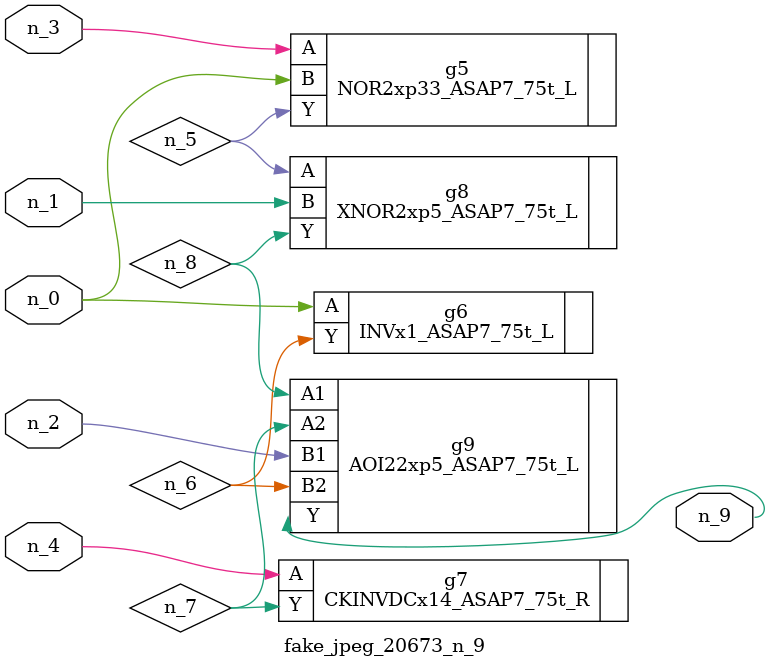
<source format=v>
module fake_jpeg_20673_n_9 (n_3, n_2, n_1, n_0, n_4, n_9);

input n_3;
input n_2;
input n_1;
input n_0;
input n_4;

output n_9;

wire n_8;
wire n_6;
wire n_5;
wire n_7;

NOR2xp33_ASAP7_75t_L g5 ( 
.A(n_3),
.B(n_0),
.Y(n_5)
);

INVx1_ASAP7_75t_L g6 ( 
.A(n_0),
.Y(n_6)
);

CKINVDCx14_ASAP7_75t_R g7 ( 
.A(n_4),
.Y(n_7)
);

XNOR2xp5_ASAP7_75t_L g8 ( 
.A(n_5),
.B(n_1),
.Y(n_8)
);

AOI22xp5_ASAP7_75t_L g9 ( 
.A1(n_8),
.A2(n_7),
.B1(n_2),
.B2(n_6),
.Y(n_9)
);


endmodule
</source>
